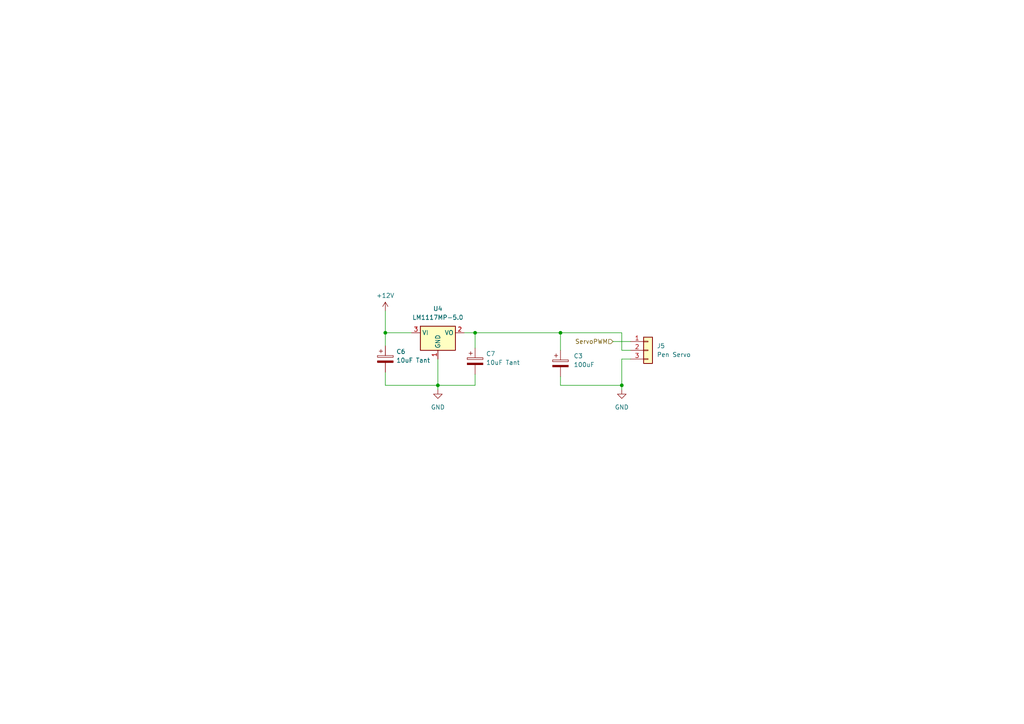
<source format=kicad_sch>
(kicad_sch (version 20230121) (generator eeschema)
  (paper "A4")
  (lib_symbols
    (symbol "Connector_Generic:Conn_01x03" (pin_names (offset 1.016) hide)
      (property "Reference" "J" (at 0 5.08 0))
      (property "Value" "Conn_01x03" (at 0 -5.08 0))
      (symbol "Conn_01x03_1_1"
        (rectangle (start -1.27 -2.413) (end 0 -2.667) (stroke (width 0.1524)))
        (rectangle (start -1.27 0.127) (end 0 -0.127) (stroke (width 0.1524)))
        (rectangle (start -1.27 2.667) (end 0 2.413) (stroke (width 0.1524)))
        (rectangle (start -1.27 3.81) (end 1.27 -3.81) (stroke (width 0.254)) (fill (type background)))
        (pin passive line (at -5.08 2.54 0) (length 3.81) (name "Pin_1") (number "1"))
        (pin passive line (at -5.08 0 0) (length 3.81) (name "Pin_2") (number "2"))
        (pin passive line (at -5.08 -2.54 0) (length 3.81) (name "Pin_3") (number "3"))
      )
    )
    (symbol "Device:C_Polarized" (pin_numbers hide) (pin_names (offset 0.254))
      (property "Reference" "C" (at 0.635 2.54 0))
      (property "Value" "C_Polarized" (at 0.635 -2.54 0))
      (symbol "C_Polarized_0_1"
        (rectangle (start -2.286 0.508) (end 2.286 1.016))
        (polyline (pts (xy -1.778 2.286) (xy -0.762 2.286)))
        (polyline (pts (xy -1.27 2.794) (xy -1.27 1.778)))
        (rectangle (start 2.286 -0.508) (end -2.286 -1.016) (fill (type outline)))
      )
      (symbol "C_Polarized_1_1"
        (pin passive line (at 0 3.81 270) (length 2.794) (name "~") (number "1"))
        (pin passive line (at 0 -3.81 90) (length 2.794) (name "~") (number "2"))
      )
    )
    (symbol "Regulator_Linear:LM1117MP-5.0"
      (property "Reference" "U" (at -3.81 3.175 0))
      (property "Value" "LM1117MP-5.0" (at 0 3.175 0))
      (symbol "LM1117MP-5.0_0_1"
        (rectangle (start -5.08 -5.08) (end 5.08 1.905) (stroke (width 0.254)) (fill (type background)))
      )
      (symbol "LM1117MP-5.0_1_1"
        (pin power_in line (at 0 -7.62 90) (length 2.54) (name "GND") (number "1"))
        (pin power_out line (at 7.62 0 180) (length 2.54) (name "VO") (number "2"))
        (pin power_in line (at -7.62 0 0) (length 2.54) (name "VI") (number "3"))
      )
    )
    (symbol "power:+12V" (power) (pin_names (offset 0))
      (property "Value" "+12V" (at 0 3.556 0))
      (symbol "+12V_0_1"
        (polyline (pts (xy -0.762 1.27) (xy 0 2.54)))
        (polyline (pts (xy 0 0) (xy 0 2.54)))
        (polyline (pts (xy 0 2.54) (xy 0.762 1.27)))
      )
      (symbol "+12V_1_1"
        (pin power_in line (at 0 0 90) (length 0) hide (name "+12V") (number "1"))
      )
    )
    (symbol "power:GND" (power) (pin_names (offset 0))
      (property "Value" "GND" (at 0 -3.81 0))
      (symbol "GND_0_1"
        (polyline (pts (xy 0 0) (xy 0 -1.27) (xy 1.27 -1.27) (xy 0 -2.54) (xy -1.27 -1.27) (xy 0 -1.27)))
      )
      (symbol "GND_1_1"
        (pin power_in line (at 0 0 270) (length 0) hide (name "GND") (number "1"))
      )
    )
  )
  (junction (at 127 111.76))
  (junction (at 137.795 96.52))
  (junction (at 111.76 96.52))
  (junction (at 180.34 111.76))
  (junction (at 162.56 96.52))
  (wire (pts (xy 127 111.76) (xy 127 113.03)))
  (wire (pts (xy 182.88 101.6) (xy 180.34 101.6)))
  (wire (pts (xy 137.795 96.52) (xy 162.56 96.52)))
  (wire (pts (xy 111.76 111.76) (xy 127 111.76)))
  (wire (pts (xy 111.76 107.95) (xy 111.76 111.76)))
  (wire (pts (xy 134.62 96.52) (xy 137.795 96.52)))
  (wire (pts (xy 137.795 111.76) (xy 137.795 108.585)))
  (wire (pts (xy 111.76 90.17) (xy 111.76 96.52)))
  (wire (pts (xy 182.88 104.14) (xy 180.34 104.14)))
  (wire (pts (xy 111.76 96.52) (xy 119.38 96.52)))
  (wire (pts (xy 127 111.76) (xy 137.795 111.76)))
  (wire (pts (xy 127 104.14) (xy 127 111.76)))
  (wire (pts (xy 177.8 99.06) (xy 182.88 99.06)))
  (wire (pts (xy 180.34 104.14) (xy 180.34 111.76)))
  (wire (pts (xy 162.56 109.22) (xy 162.56 111.76)))
  (wire (pts (xy 162.56 111.76) (xy 180.34 111.76)))
  (wire (pts (xy 180.34 111.76) (xy 180.34 113.03)))
  (wire (pts (xy 162.56 101.6) (xy 162.56 96.52)))
  (wire (pts (xy 162.56 96.52) (xy 180.34 96.52)))
  (wire (pts (xy 180.34 96.52) (xy 180.34 101.6)))
  (wire (pts (xy 111.76 100.33) (xy 111.76 96.52)))
  (wire (pts (xy 137.795 96.52) (xy 137.795 100.965)))
  (hierarchical_label "ServoPWM" (shape input) (at 177.8 99.06 180))
  (symbol (lib_id "Device:C_Polarized") (at 162.56 105.41 0) (unit 1)
    (property "Reference" "C3" (at 166.37 103.251 0) (effects (justify left)))
    (property "Value" "100uF" (at 166.37 105.791 0) (effects (justify left)))
  )
  (symbol (lib_id "power:GND") (at 180.34 113.03 0) (unit 1)
    (property "Reference" "#PWR014" (effects hide))
    (property "Value" "GND" (at 180.34 118.11 0))
    (instances (project "valiant-turtle-2" (path "" (reference "#PWR014") (unit 1)) (path "" (reference "#PWR026") (unit 1))))
  )
  (symbol (lib_id "Device:C_Polarized") (at 137.795 104.775 0) (unit 1)
    (property "Reference" "C7" (at 140.97 102.616 0) (effects (justify left)))
    (property "Value" "10uF Tant" (at 140.97 105.156 0) (effects (justify left)))
  )
  (symbol (lib_id "power:+12V") (at 111.76 90.17 0) (unit 1)
    (property "Reference" "#PWR024" (effects hide))
    (property "Value" "+12V" (at 111.76 85.725 0))
    (instances (project "valiant-turtle-2" (path "" (reference "#PWR024") (unit 1)) (path "" (reference "#PWR013") (unit 1))))
  )
  (symbol (lib_id "Device:C_Polarized") (at 111.76 104.14 0) (unit 1)
    (property "Reference" "C6" (at 114.935 101.981 0) (effects (justify left)))
    (property "Value" "10uF Tant" (at 114.935 104.521 0) (effects (justify left)))
  )
  (symbol (lib_id "Connector_Generic:Conn_01x03") (at 187.96 101.6 0) (unit 1)
    (property "Reference" "J5" (at 190.5 100.33 0) (effects (justify left)))
    (property "Value" "Pen Servo" (at 190.5 102.87 0) (effects (justify left)))
  )
  (symbol (lib_id "Regulator_Linear:LM1117MP-5.0") (at 127 96.52 0) (unit 1)
    (property "Reference" "U4" (at 127 89.535 0))
    (property "Value" "LM1117MP-5.0" (at 127 92.075 0))
    (property "Footprint" "Package_TO_SOT_SMD:SOT-223-3_TabPin2" (effects hide))
    (property "Datasheet" "http://www.ti.com/lit/ds/symlink/lm1117.pdf" (effects hide))
  )
  (symbol (lib_id "power:GND") (at 127 113.03 0) (unit 1)
    (property "Reference" "#PWR025" (effects hide))
    (property "Value" "GND" (at 127 118.11 0))
    (instances (project "valiant-turtle-2" (path "" (reference "#PWR025") (unit 1)) (path "" (reference "#PWR024") (unit 1))))
  )
)
</source>
